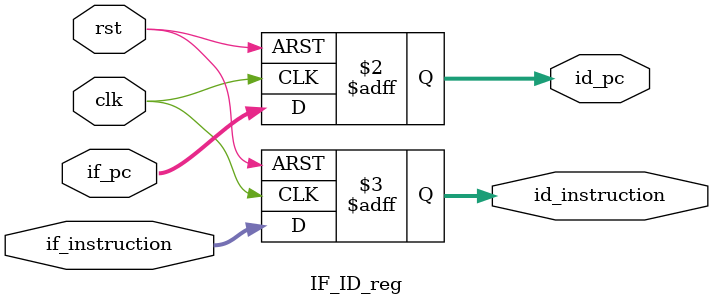
<source format=v>
`timescale 1ns / 1ps

module IF_ID_reg (
    input clk,
    input rst,

    input [31:0] if_pc,
    input [31:0] if_instruction,
    output reg [31:0] id_pc,
    output reg [31:0] id_instruction
);

  always @(posedge clk or posedge rst) begin
    if (rst) begin
      id_pc <= 32'b0;
      id_instruction <= 32'h00000013;  // nop
    end else begin
      id_pc <= if_pc;
      id_instruction <= if_instruction;
    end
  end

endmodule

</source>
